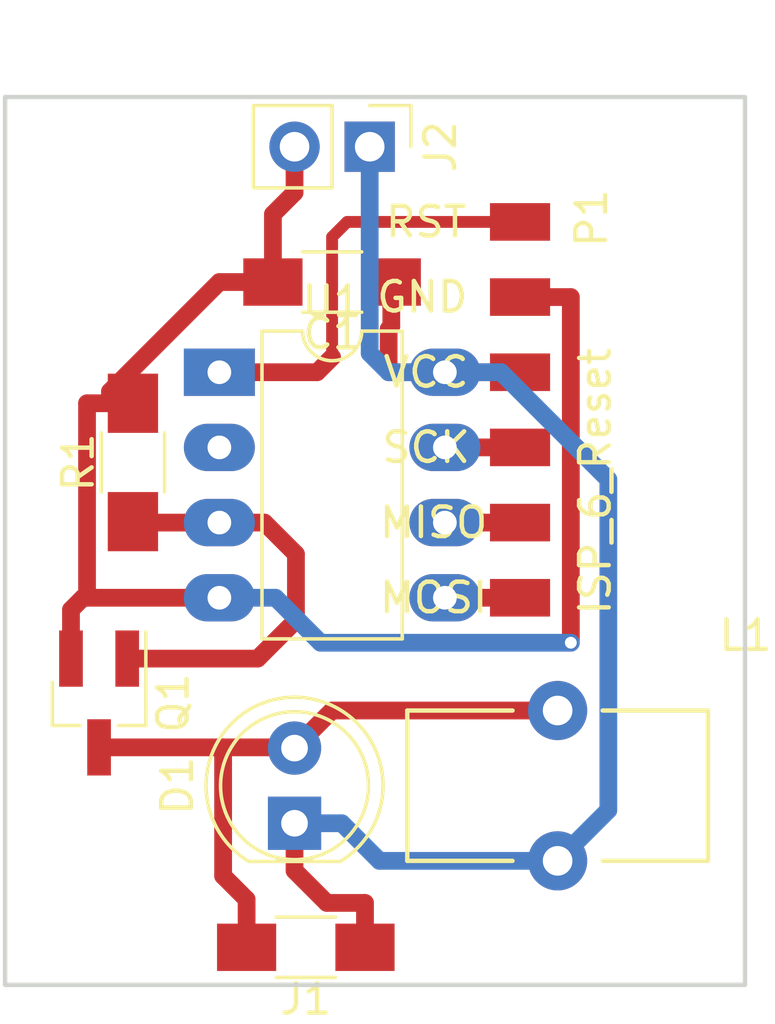
<source format=kicad_pcb>
(kicad_pcb (version 20171130) (host pcbnew "(5.1.12)-1")

  (general
    (thickness 1.6)
    (drawings 4)
    (tracks 61)
    (zones 0)
    (modules 9)
    (nets 9)
  )

  (page A4)
  (layers
    (0 F.Cu signal)
    (31 B.Cu signal)
    (32 B.Adhes user)
    (33 F.Adhes user)
    (34 B.Paste user)
    (35 F.Paste user)
    (36 B.SilkS user)
    (37 F.SilkS user)
    (38 B.Mask user)
    (39 F.Mask user)
    (40 Dwgs.User user)
    (41 Cmts.User user)
    (42 Eco1.User user)
    (43 Eco2.User user)
    (44 Edge.Cuts user)
    (45 Margin user)
    (46 B.CrtYd user)
    (47 F.CrtYd user)
    (48 B.Fab user)
    (49 F.Fab user)
  )

  (setup
    (last_trace_width 0.3)
    (user_trace_width 0.3)
    (user_trace_width 0.4)
    (user_trace_width 0.6)
    (trace_clearance 0.4)
    (zone_clearance 0.5)
    (zone_45_only yes)
    (trace_min 0.2)
    (via_size 0.6)
    (via_drill 0.4)
    (via_min_size 0.4)
    (via_min_drill 0.3)
    (uvia_size 0.3)
    (uvia_drill 0.1)
    (uvias_allowed no)
    (uvia_min_size 0)
    (uvia_min_drill 0)
    (edge_width 0.15)
    (segment_width 0.2)
    (pcb_text_width 0.3)
    (pcb_text_size 1.5 1.5)
    (mod_edge_width 0.15)
    (mod_text_size 1 1)
    (mod_text_width 0.15)
    (pad_size 1.524 1.524)
    (pad_drill 0.762)
    (pad_to_mask_clearance 0.2)
    (aux_axis_origin 0 0)
    (visible_elements 7FFFFFFF)
    (pcbplotparams
      (layerselection 0x00000_00000001)
      (usegerberextensions false)
      (usegerberattributes true)
      (usegerberadvancedattributes true)
      (creategerberjobfile true)
      (excludeedgelayer true)
      (linewidth 0.100000)
      (plotframeref false)
      (viasonmask false)
      (mode 1)
      (useauxorigin false)
      (hpglpennumber 1)
      (hpglpenspeed 20)
      (hpglpendiameter 15.000000)
      (psnegative false)
      (psa4output false)
      (plotreference true)
      (plotvalue true)
      (plotinvisibletext false)
      (padsonsilk false)
      (subtractmaskfromsilk false)
      (outputformat 4)
      (mirror true)
      (drillshape 1)
      (scaleselection 1)
      (outputdirectory ""))
  )

  (net 0 "")
  (net 1 VCC)
  (net 2 GND)
  (net 3 "Net-(D1-Pad2)")
  (net 4 "Net-(P1-Pad1)")
  (net 5 "Net-(P1-Pad4)")
  (net 6 "Net-(P1-Pad5)")
  (net 7 "Net-(P1-Pad6)")
  (net 8 "Net-(Q1-Pad1)")

  (net_class Default "This is the default net class."
    (clearance 0.4)
    (trace_width 0.3)
    (via_dia 0.6)
    (via_drill 0.4)
    (uvia_dia 0.3)
    (uvia_drill 0.1)
    (add_net "Net-(D1-Pad2)")
    (add_net "Net-(P1-Pad1)")
    (add_net "Net-(P1-Pad4)")
    (add_net "Net-(P1-Pad5)")
    (add_net "Net-(P1-Pad6)")
    (add_net "Net-(Q1-Pad1)")
  )

  (net_class fat ""
    (clearance 0.4)
    (trace_width 0.6)
    (via_dia 0.6)
    (via_drill 0.4)
    (uvia_dia 0.3)
    (uvia_drill 0.1)
    (add_net GND)
    (add_net VCC)
  )

  (module Capacitors_SMD:C_1206_HandSoldering (layer F.Cu) (tedit 58AA84D1) (tstamp 594D7E56)
    (at 146.05 111.252 180)
    (descr "Capacitor SMD 1206, hand soldering")
    (tags "capacitor 1206")
    (path /594D7E1B)
    (attr smd)
    (fp_text reference C1 (at 0 -1.75 180) (layer F.SilkS)
      (effects (font (size 1 1) (thickness 0.15)))
    )
    (fp_text value 1uF (at 0 2 180) (layer F.Fab)
      (effects (font (size 1 1) (thickness 0.15)))
    )
    (fp_line (start 3.25 1.05) (end -3.25 1.05) (layer F.CrtYd) (width 0.05))
    (fp_line (start 3.25 1.05) (end 3.25 -1.05) (layer F.CrtYd) (width 0.05))
    (fp_line (start -3.25 -1.05) (end -3.25 1.05) (layer F.CrtYd) (width 0.05))
    (fp_line (start -3.25 -1.05) (end 3.25 -1.05) (layer F.CrtYd) (width 0.05))
    (fp_line (start -1 1.02) (end 1 1.02) (layer F.SilkS) (width 0.12))
    (fp_line (start 1 -1.02) (end -1 -1.02) (layer F.SilkS) (width 0.12))
    (fp_line (start -1.6 -0.8) (end 1.6 -0.8) (layer F.Fab) (width 0.1))
    (fp_line (start 1.6 -0.8) (end 1.6 0.8) (layer F.Fab) (width 0.1))
    (fp_line (start 1.6 0.8) (end -1.6 0.8) (layer F.Fab) (width 0.1))
    (fp_line (start -1.6 0.8) (end -1.6 -0.8) (layer F.Fab) (width 0.1))
    (fp_text user %R (at 0 -1.75 180) (layer F.Fab)
      (effects (font (size 1 1) (thickness 0.15)))
    )
    (pad 1 smd rect (at -2 0 180) (size 2 1.6) (layers F.Cu F.Paste F.Mask)
      (net 1 VCC))
    (pad 2 smd rect (at 2 0 180) (size 2 1.6) (layers F.Cu F.Paste F.Mask)
      (net 2 GND))
    (model Capacitors_SMD.3dshapes/C_1206.wrl
      (at (xyz 0 0 0))
      (scale (xyz 1 1 1))
      (rotate (xyz 0 0 0))
    )
  )

  (module LEDs:LED_D5.0mm (layer F.Cu) (tedit 587A3A7B) (tstamp 594D7E5C)
    (at 144.78 129.54 90)
    (descr "LED, diameter 5.0mm, 2 pins, http://cdn-reichelt.de/documents/datenblatt/A500/LL-504BC2E-009.pdf")
    (tags "LED diameter 5.0mm 2 pins")
    (path /594D8063)
    (fp_text reference D1 (at 1.27 -3.96 90) (layer F.SilkS)
      (effects (font (size 1 1) (thickness 0.15)))
    )
    (fp_text value LED (at 1.27 3.96 90) (layer F.Fab)
      (effects (font (size 1 1) (thickness 0.15)))
    )
    (fp_line (start 4.5 -3.25) (end -1.95 -3.25) (layer F.CrtYd) (width 0.05))
    (fp_line (start 4.5 3.25) (end 4.5 -3.25) (layer F.CrtYd) (width 0.05))
    (fp_line (start -1.95 3.25) (end 4.5 3.25) (layer F.CrtYd) (width 0.05))
    (fp_line (start -1.95 -3.25) (end -1.95 3.25) (layer F.CrtYd) (width 0.05))
    (fp_line (start -1.29 -1.545) (end -1.29 1.545) (layer F.SilkS) (width 0.12))
    (fp_line (start -1.23 -1.469694) (end -1.23 1.469694) (layer F.Fab) (width 0.1))
    (fp_circle (center 1.27 0) (end 3.77 0) (layer F.SilkS) (width 0.12))
    (fp_circle (center 1.27 0) (end 3.77 0) (layer F.Fab) (width 0.1))
    (fp_arc (start 1.27 0) (end -1.23 -1.469694) (angle 299.1) (layer F.Fab) (width 0.1))
    (fp_arc (start 1.27 0) (end -1.29 -1.54483) (angle 148.9) (layer F.SilkS) (width 0.12))
    (fp_arc (start 1.27 0) (end -1.29 1.54483) (angle -148.9) (layer F.SilkS) (width 0.12))
    (pad 1 thru_hole rect (at 0 0 90) (size 1.8 1.8) (drill 0.9) (layers *.Cu *.Mask)
      (net 1 VCC))
    (pad 2 thru_hole circle (at 2.54 0 90) (size 1.8 1.8) (drill 0.9) (layers *.Cu *.Mask)
      (net 3 "Net-(D1-Pad2)"))
    (model LEDs.3dshapes/LED_D5.0mm.wrl
      (at (xyz 0 0 0))
      (scale (xyz 0.393701 0.393701 0.393701))
      (rotate (xyz 0 0 0))
    )
  )

  (module Choke_Toroid_ThroughHole:Choke_Toroid_5x10mm_Vertical (layer F.Cu) (tedit 0) (tstamp 594D7E62)
    (at 148.59 130.81)
    (descr "Toroid, Coil, Choke,  5mm x 10mm, Vertical, Inductor, Drossel, Thruhole,")
    (tags "Toroid, Coil, Choke, 5mm x 10mm, Vertical, Inductor, Drossel, Thruhole,")
    (path /594D7FBC)
    (fp_text reference L1 (at 11.43 -7.62) (layer F.SilkS)
      (effects (font (size 1 1) (thickness 0.15)))
    )
    (fp_text value "0.15 mH" (at 6.35 2.54) (layer F.Fab)
      (effects (font (size 1 1) (thickness 0.15)))
    )
    (fp_line (start 0 -5.08) (end 0 0) (layer F.SilkS) (width 0.15))
    (fp_line (start 10.16 0) (end 10.16 -5.08) (layer F.SilkS) (width 0.15))
    (fp_line (start 10.16 -5.08) (end 7.62 -5.08) (layer F.SilkS) (width 0.15))
    (fp_line (start 10.16 0) (end 7.62 0) (layer F.SilkS) (width 0.15))
    (fp_line (start 7.62 -5.08) (end 6.604 -5.08) (layer F.SilkS) (width 0.15))
    (fp_line (start 7.62 0) (end 6.604 0) (layer F.SilkS) (width 0.15))
    (fp_line (start 0 -5.08) (end 3.556 -5.08) (layer F.SilkS) (width 0.15))
    (fp_line (start 0 0) (end 3.556 0) (layer F.SilkS) (width 0.15))
    (pad 1 thru_hole circle (at 5.08 0) (size 1.99898 1.99898) (drill 1.00076) (layers *.Cu *.Mask)
      (net 1 VCC))
    (pad 2 thru_hole circle (at 5.08 -5.08) (size 1.99898 1.99898) (drill 1.00076) (layers *.Cu *.Mask)
      (net 3 "Net-(D1-Pad2)"))
  )

  (module elliot:ISP6-Inline-Reset (layer F.Cu) (tedit 54314DF6) (tstamp 594D7E6C)
    (at 152.4 116.84 270)
    (path /594D7C00)
    (fp_text reference P1 (at -7.747 -2.413 270) (layer F.SilkS)
      (effects (font (size 1 1) (thickness 0.15)))
    )
    (fp_text value ISP_6_Reset (at 1.143 -2.54 270) (layer F.SilkS)
      (effects (font (size 1 1) (thickness 0.15)))
    )
    (fp_text user MOSI (at 5.08 2.921) (layer F.SilkS)
      (effects (font (size 1 1) (thickness 0.15)))
    )
    (fp_text user MISO (at 2.54 2.921) (layer F.SilkS)
      (effects (font (size 1 1) (thickness 0.15)))
    )
    (fp_text user SCK (at 0 3.175) (layer F.SilkS)
      (effects (font (size 1 1) (thickness 0.15)))
    )
    (fp_text user VCC (at -2.54 3.175) (layer F.SilkS)
      (effects (font (size 1 1) (thickness 0.15)))
    )
    (fp_text user GND (at -5.08 3.302) (layer F.SilkS)
      (effects (font (size 1 1) (thickness 0.15)))
    )
    (fp_text user RST (at -7.62 3.175) (layer F.SilkS)
      (effects (font (size 1 1) (thickness 0.15)))
    )
    (pad 1 smd rect (at -7.62 0 270) (size 1.27 2.032) (layers F.Cu F.Paste F.Mask)
      (net 4 "Net-(P1-Pad1)"))
    (pad 2 smd rect (at -5.08 0 270) (size 1.27 2.032) (layers F.Cu F.Paste F.Mask)
      (net 2 GND))
    (pad 3 smd rect (at -2.54 0 270) (size 1.27 2.032) (layers F.Cu F.Paste F.Mask)
      (net 1 VCC))
    (pad 4 smd rect (at 0 0 270) (size 1.27 2.032) (layers F.Cu F.Paste F.Mask)
      (net 5 "Net-(P1-Pad4)"))
    (pad 5 smd rect (at 2.54 0 270) (size 1.27 2.032) (layers F.Cu F.Paste F.Mask)
      (net 6 "Net-(P1-Pad5)"))
    (pad 6 smd rect (at 5.08 0 270) (size 1.27 2.032) (layers F.Cu F.Paste F.Mask)
      (net 7 "Net-(P1-Pad6)"))
  )

  (module TO_SOT_Packages_SMD:SOT-23_Handsoldering (layer F.Cu) (tedit 583F3954) (tstamp 594D7E73)
    (at 138.176 125.476 270)
    (descr "SOT-23, Handsoldering")
    (tags SOT-23)
    (path /594D7E94)
    (attr smd)
    (fp_text reference Q1 (at 0 -2.5 270) (layer F.SilkS)
      (effects (font (size 1 1) (thickness 0.15)))
    )
    (fp_text value Q_NMOS_GSD (at 0 2.5 270) (layer F.Fab)
      (effects (font (size 1 1) (thickness 0.15)))
    )
    (fp_line (start 0.76 1.58) (end -0.7 1.58) (layer F.SilkS) (width 0.12))
    (fp_line (start -0.7 1.52) (end 0.7 1.52) (layer F.Fab) (width 0.1))
    (fp_line (start 0.7 -1.52) (end 0.7 1.52) (layer F.Fab) (width 0.1))
    (fp_line (start -0.7 -0.95) (end -0.15 -1.52) (layer F.Fab) (width 0.1))
    (fp_line (start -0.15 -1.52) (end 0.7 -1.52) (layer F.Fab) (width 0.1))
    (fp_line (start -0.7 -0.95) (end -0.7 1.5) (layer F.Fab) (width 0.1))
    (fp_line (start 0.76 -1.58) (end -2.4 -1.58) (layer F.SilkS) (width 0.12))
    (fp_line (start -2.7 1.75) (end -2.7 -1.75) (layer F.CrtYd) (width 0.05))
    (fp_line (start 2.7 1.75) (end -2.7 1.75) (layer F.CrtYd) (width 0.05))
    (fp_line (start 2.7 -1.75) (end 2.7 1.75) (layer F.CrtYd) (width 0.05))
    (fp_line (start -2.7 -1.75) (end 2.7 -1.75) (layer F.CrtYd) (width 0.05))
    (fp_line (start 0.76 -1.58) (end 0.76 -0.65) (layer F.SilkS) (width 0.12))
    (fp_line (start 0.76 1.58) (end 0.76 0.65) (layer F.SilkS) (width 0.12))
    (pad 1 smd rect (at -1.5 -0.95 270) (size 1.9 0.8) (layers F.Cu F.Paste F.Mask)
      (net 8 "Net-(Q1-Pad1)"))
    (pad 2 smd rect (at -1.5 0.95 270) (size 1.9 0.8) (layers F.Cu F.Paste F.Mask)
      (net 2 GND))
    (pad 3 smd rect (at 1.5 0 270) (size 1.9 0.8) (layers F.Cu F.Paste F.Mask)
      (net 3 "Net-(D1-Pad2)"))
    (model TO_SOT_Packages_SMD.3dshapes\SOT-23_Handsoldering.wrl
      (at (xyz 0 0 0))
      (scale (xyz 1 1 1))
      (rotate (xyz 0 0 90))
    )
  )

  (module Resistors_SMD:R_1206_HandSoldering (layer F.Cu) (tedit 58AADA36) (tstamp 594EBF0A)
    (at 139.319 117.348 90)
    (descr "Resistor SMD 1206, hand soldering")
    (tags "resistor 1206")
    (path /594EBEBC)
    (attr smd)
    (fp_text reference R1 (at 0 -1.85 90) (layer F.SilkS)
      (effects (font (size 1 1) (thickness 0.15)))
    )
    (fp_text value 100K (at 0 1.9 90) (layer F.Fab)
      (effects (font (size 1 1) (thickness 0.15)))
    )
    (fp_line (start 3.25 1.1) (end -3.25 1.1) (layer F.CrtYd) (width 0.05))
    (fp_line (start 3.25 1.1) (end 3.25 -1.11) (layer F.CrtYd) (width 0.05))
    (fp_line (start -3.25 -1.11) (end -3.25 1.1) (layer F.CrtYd) (width 0.05))
    (fp_line (start -3.25 -1.11) (end 3.25 -1.11) (layer F.CrtYd) (width 0.05))
    (fp_line (start -1 -1.07) (end 1 -1.07) (layer F.SilkS) (width 0.12))
    (fp_line (start 1 1.07) (end -1 1.07) (layer F.SilkS) (width 0.12))
    (fp_line (start -1.6 -0.8) (end 1.6 -0.8) (layer F.Fab) (width 0.1))
    (fp_line (start 1.6 -0.8) (end 1.6 0.8) (layer F.Fab) (width 0.1))
    (fp_line (start 1.6 0.8) (end -1.6 0.8) (layer F.Fab) (width 0.1))
    (fp_line (start -1.6 0.8) (end -1.6 -0.8) (layer F.Fab) (width 0.1))
    (fp_text user %R (at 0 -1.85 90) (layer F.Fab)
      (effects (font (size 1 1) (thickness 0.15)))
    )
    (pad 1 smd rect (at -2 0 90) (size 2 1.7) (layers F.Cu F.Paste F.Mask)
      (net 8 "Net-(Q1-Pad1)"))
    (pad 2 smd rect (at 2 0 90) (size 2 1.7) (layers F.Cu F.Paste F.Mask)
      (net 2 GND))
    (model Resistors_SMD.3dshapes/R_1206.wrl
      (at (xyz 0 0 0))
      (scale (xyz 1 1 1))
      (rotate (xyz 0 0 0))
    )
  )

  (module Housings_DIP:DIP-8_W7.62mm_LongPads (layer F.Cu) (tedit 586281B4) (tstamp 594EC682)
    (at 142.24 114.3)
    (descr "8-lead dip package, row spacing 7.62 mm (300 mils), LongPads")
    (tags "DIL DIP PDIP 2.54mm 7.62mm 300mil LongPads")
    (path /594D7C53)
    (fp_text reference U1 (at 3.81 -2.39) (layer F.SilkS)
      (effects (font (size 1 1) (thickness 0.15)))
    )
    (fp_text value ATTINY45-20PU (at 3.81 10.01) (layer F.Fab)
      (effects (font (size 1 1) (thickness 0.15)))
    )
    (fp_line (start 9.1 -1.6) (end -1.5 -1.6) (layer F.CrtYd) (width 0.05))
    (fp_line (start 9.1 9.2) (end 9.1 -1.6) (layer F.CrtYd) (width 0.05))
    (fp_line (start -1.5 9.2) (end 9.1 9.2) (layer F.CrtYd) (width 0.05))
    (fp_line (start -1.5 -1.6) (end -1.5 9.2) (layer F.CrtYd) (width 0.05))
    (fp_line (start 6.18 -1.39) (end 4.81 -1.39) (layer F.SilkS) (width 0.12))
    (fp_line (start 6.18 9.01) (end 6.18 -1.39) (layer F.SilkS) (width 0.12))
    (fp_line (start 1.44 9.01) (end 6.18 9.01) (layer F.SilkS) (width 0.12))
    (fp_line (start 1.44 -1.39) (end 1.44 9.01) (layer F.SilkS) (width 0.12))
    (fp_line (start 2.81 -1.39) (end 1.44 -1.39) (layer F.SilkS) (width 0.12))
    (fp_line (start 0.635 -0.27) (end 1.635 -1.27) (layer F.Fab) (width 0.1))
    (fp_line (start 0.635 8.89) (end 0.635 -0.27) (layer F.Fab) (width 0.1))
    (fp_line (start 6.985 8.89) (end 0.635 8.89) (layer F.Fab) (width 0.1))
    (fp_line (start 6.985 -1.27) (end 6.985 8.89) (layer F.Fab) (width 0.1))
    (fp_line (start 1.635 -1.27) (end 6.985 -1.27) (layer F.Fab) (width 0.1))
    (fp_arc (start 3.81 -1.39) (end 2.81 -1.39) (angle -180) (layer F.SilkS) (width 0.12))
    (pad 1 thru_hole rect (at 0 0) (size 2.4 1.6) (drill 0.8) (layers *.Cu *.Mask)
      (net 4 "Net-(P1-Pad1)"))
    (pad 5 thru_hole oval (at 7.62 7.62) (size 2.4 1.6) (drill 0.8) (layers *.Cu *.Mask)
      (net 7 "Net-(P1-Pad6)"))
    (pad 2 thru_hole oval (at 0 2.54) (size 2.4 1.6) (drill 0.8) (layers *.Cu *.Mask))
    (pad 6 thru_hole oval (at 7.62 5.08) (size 2.4 1.6) (drill 0.8) (layers *.Cu *.Mask)
      (net 6 "Net-(P1-Pad5)"))
    (pad 3 thru_hole oval (at 0 5.08) (size 2.4 1.6) (drill 0.8) (layers *.Cu *.Mask)
      (net 8 "Net-(Q1-Pad1)"))
    (pad 7 thru_hole oval (at 7.62 2.54) (size 2.4 1.6) (drill 0.8) (layers *.Cu *.Mask)
      (net 5 "Net-(P1-Pad4)"))
    (pad 4 thru_hole oval (at 0 7.62) (size 2.4 1.6) (drill 0.8) (layers *.Cu *.Mask)
      (net 2 GND))
    (pad 8 thru_hole oval (at 7.62 0) (size 2.4 1.6) (drill 0.8) (layers *.Cu *.Mask)
      (net 1 VCC))
    (model Housings_DIP.3dshapes/DIP-8_W7.62mm_LongPads.wrl
      (at (xyz 0 0 0))
      (scale (xyz 1 1 1))
      (rotate (xyz 0 0 0))
    )
  )

  (module Capacitors_SMD:C_1206_HandSoldering (layer F.Cu) (tedit 58AA84D1) (tstamp 594EC6E9)
    (at 145.161 133.731 180)
    (descr "Capacitor SMD 1206, hand soldering")
    (tags "capacitor 1206")
    (path /594EC405)
    (attr smd)
    (fp_text reference J1 (at 0 -1.75 180) (layer F.SilkS)
      (effects (font (size 1 1) (thickness 0.15)))
    )
    (fp_text value TEST_2P (at 0 2 180) (layer F.Fab)
      (effects (font (size 1 1) (thickness 0.15)))
    )
    (fp_line (start 3.25 1.05) (end -3.25 1.05) (layer F.CrtYd) (width 0.05))
    (fp_line (start 3.25 1.05) (end 3.25 -1.05) (layer F.CrtYd) (width 0.05))
    (fp_line (start -3.25 -1.05) (end -3.25 1.05) (layer F.CrtYd) (width 0.05))
    (fp_line (start -3.25 -1.05) (end 3.25 -1.05) (layer F.CrtYd) (width 0.05))
    (fp_line (start -1 1.02) (end 1 1.02) (layer F.SilkS) (width 0.12))
    (fp_line (start 1 -1.02) (end -1 -1.02) (layer F.SilkS) (width 0.12))
    (fp_line (start -1.6 -0.8) (end 1.6 -0.8) (layer F.Fab) (width 0.1))
    (fp_line (start 1.6 -0.8) (end 1.6 0.8) (layer F.Fab) (width 0.1))
    (fp_line (start 1.6 0.8) (end -1.6 0.8) (layer F.Fab) (width 0.1))
    (fp_line (start -1.6 0.8) (end -1.6 -0.8) (layer F.Fab) (width 0.1))
    (fp_text user %R (at 0 -1.75 180) (layer F.Fab)
      (effects (font (size 1 1) (thickness 0.15)))
    )
    (pad 1 smd rect (at -2 0 180) (size 2 1.6) (layers F.Cu F.Paste F.Mask)
      (net 1 VCC))
    (pad 2 smd rect (at 2 0 180) (size 2 1.6) (layers F.Cu F.Paste F.Mask)
      (net 3 "Net-(D1-Pad2)"))
    (model Capacitors_SMD.3dshapes/C_1206.wrl
      (at (xyz 0 0 0))
      (scale (xyz 1 1 1))
      (rotate (xyz 0 0 0))
    )
  )

  (module Pin_Headers:Pin_Header_Straight_1x02_Pitch2.54mm (layer F.Cu) (tedit 5862ED52) (tstamp 594EC6EE)
    (at 147.32 106.68 270)
    (descr "Through hole straight pin header, 1x02, 2.54mm pitch, single row")
    (tags "Through hole pin header THT 1x02 2.54mm single row")
    (path /594D8548)
    (fp_text reference J2 (at 0 -2.39 270) (layer F.SilkS)
      (effects (font (size 1 1) (thickness 0.15)))
    )
    (fp_text value CONN_01X02 (at 0 4.93 270) (layer F.Fab)
      (effects (font (size 1 1) (thickness 0.15)))
    )
    (fp_line (start 1.6 -1.6) (end -1.6 -1.6) (layer F.CrtYd) (width 0.05))
    (fp_line (start 1.6 4.1) (end 1.6 -1.6) (layer F.CrtYd) (width 0.05))
    (fp_line (start -1.6 4.1) (end 1.6 4.1) (layer F.CrtYd) (width 0.05))
    (fp_line (start -1.6 -1.6) (end -1.6 4.1) (layer F.CrtYd) (width 0.05))
    (fp_line (start -1.39 -1.39) (end 0 -1.39) (layer F.SilkS) (width 0.12))
    (fp_line (start -1.39 0) (end -1.39 -1.39) (layer F.SilkS) (width 0.12))
    (fp_line (start 1.39 1.27) (end -1.39 1.27) (layer F.SilkS) (width 0.12))
    (fp_line (start 1.39 3.93) (end 1.39 1.27) (layer F.SilkS) (width 0.12))
    (fp_line (start -1.39 3.93) (end 1.39 3.93) (layer F.SilkS) (width 0.12))
    (fp_line (start -1.39 1.27) (end -1.39 3.93) (layer F.SilkS) (width 0.12))
    (fp_line (start 1.27 -1.27) (end -1.27 -1.27) (layer F.Fab) (width 0.1))
    (fp_line (start 1.27 3.81) (end 1.27 -1.27) (layer F.Fab) (width 0.1))
    (fp_line (start -1.27 3.81) (end 1.27 3.81) (layer F.Fab) (width 0.1))
    (fp_line (start -1.27 -1.27) (end -1.27 3.81) (layer F.Fab) (width 0.1))
    (pad 1 thru_hole rect (at 0 0 270) (size 1.7 1.7) (drill 1) (layers *.Cu *.Mask)
      (net 1 VCC))
    (pad 2 thru_hole oval (at 0 2.54 270) (size 1.7 1.7) (drill 1) (layers *.Cu *.Mask)
      (net 2 GND))
    (model Pin_Headers.3dshapes/Pin_Header_Straight_1x02_Pitch2.54mm.wrl
      (offset (xyz 0 -1.269999980926514 0))
      (scale (xyz 1 1 1))
      (rotate (xyz 0 0 90))
    )
  )

  (gr_line (start 160 105) (end 135 105) (angle 90) (layer Edge.Cuts) (width 0.15))
  (gr_line (start 160 135) (end 160 105) (angle 90) (layer Edge.Cuts) (width 0.15))
  (gr_line (start 135 135) (end 160 135) (angle 90) (layer Edge.Cuts) (width 0.15))
  (gr_line (start 135 105) (end 135 135) (angle 90) (layer Edge.Cuts) (width 0.15))

  (segment (start 153.67 130.81) (end 155.3844 129.0956) (width 0.6) (layer B.Cu) (net 1))
  (segment (start 155.3844 129.0956) (end 155.3844 117.9243) (width 0.6) (layer B.Cu) (net 1))
  (segment (start 155.3844 117.9243) (end 151.7601 114.3) (width 0.6) (layer B.Cu) (net 1))
  (segment (start 153.67 130.81) (end 147.6501 130.81) (width 0.6) (layer B.Cu) (net 1))
  (segment (start 147.6501 130.81) (end 146.3801 129.54) (width 0.6) (layer B.Cu) (net 1))
  (segment (start 149.86 114.3) (end 151.7601 114.3) (width 0.6) (layer B.Cu) (net 1))
  (segment (start 147.161 133.731) (end 147.161 132.2309) (width 0.6) (layer F.Cu) (net 1))
  (segment (start 144.78 129.54) (end 144.78 131.1401) (width 0.6) (layer F.Cu) (net 1))
  (segment (start 144.78 131.1401) (end 145.8708 132.2309) (width 0.6) (layer F.Cu) (net 1))
  (segment (start 145.8708 132.2309) (end 147.161 132.2309) (width 0.6) (layer F.Cu) (net 1))
  (segment (start 144.78 129.54) (end 146.3801 129.54) (width 0.6) (layer B.Cu) (net 1))
  (segment (start 152.4 114.3) (end 149.86 114.3) (width 0.6) (layer F.Cu) (net 1))
  (segment (start 148.05 111.252) (end 148.05 112.7521) (width 0.6) (layer F.Cu) (net 1))
  (segment (start 149.86 114.3) (end 147.9599 114.3) (width 0.6) (layer F.Cu) (net 1))
  (segment (start 147.9599 114.3) (end 147.9599 112.8422) (width 0.6) (layer F.Cu) (net 1))
  (segment (start 147.9599 112.8422) (end 148.05 112.7521) (width 0.6) (layer F.Cu) (net 1))
  (segment (start 149.86 114.3) (end 147.9599 114.3) (width 0.6) (layer B.Cu) (net 1))
  (segment (start 147.32 106.68) (end 147.32 113.6601) (width 0.6) (layer B.Cu) (net 1))
  (segment (start 147.32 113.6601) (end 147.9599 114.3) (width 0.6) (layer B.Cu) (net 1))
  (segment (start 154.1161 111.76) (end 154.1161 123.4395) (width 0.6) (layer F.Cu) (net 2))
  (segment (start 144.1401 121.92) (end 145.6596 123.4395) (width 0.6) (layer B.Cu) (net 2))
  (segment (start 145.6596 123.4395) (end 154.1161 123.4395) (width 0.6) (layer B.Cu) (net 2))
  (segment (start 142.24 121.92) (end 144.1401 121.92) (width 0.6) (layer B.Cu) (net 2))
  (segment (start 152.4 111.76) (end 154.1161 111.76) (width 0.6) (layer F.Cu) (net 2))
  (segment (start 138.544 115.348) (end 138.544 114.9498) (width 0.6) (layer F.Cu) (net 2))
  (segment (start 138.544 114.9498) (end 142.2418 111.252) (width 0.6) (layer F.Cu) (net 2))
  (segment (start 142.2418 111.252) (end 144.05 111.252) (width 0.6) (layer F.Cu) (net 2))
  (segment (start 138.544 115.348) (end 137.7689 115.348) (width 0.6) (layer F.Cu) (net 2))
  (segment (start 139.319 115.348) (end 138.544 115.348) (width 0.6) (layer F.Cu) (net 2))
  (segment (start 137.7689 121.92) (end 137.6319 121.92) (width 0.6) (layer F.Cu) (net 2))
  (segment (start 137.6319 121.92) (end 137.226 122.3259) (width 0.6) (layer F.Cu) (net 2))
  (segment (start 142.24 121.92) (end 137.7689 121.92) (width 0.6) (layer F.Cu) (net 2))
  (segment (start 137.7689 115.348) (end 137.7689 121.92) (width 0.6) (layer F.Cu) (net 2))
  (segment (start 137.226 123.976) (end 137.226 122.3259) (width 0.6) (layer F.Cu) (net 2))
  (segment (start 144.78 106.68) (end 144.78 108.2301) (width 0.6) (layer F.Cu) (net 2))
  (segment (start 144.78 108.2301) (end 144.05 108.9601) (width 0.6) (layer F.Cu) (net 2))
  (segment (start 144.05 108.9601) (end 144.05 111.252) (width 0.6) (layer F.Cu) (net 2))
  (via (at 154.1161 123.4395) (size 0.6) (layers F.Cu B.Cu) (net 2))
  (segment (start 142.367 126.976) (end 144.756 126.976) (width 0.6) (layer F.Cu) (net 3))
  (segment (start 144.756 126.976) (end 144.78 127) (width 0.6) (layer F.Cu) (net 3))
  (segment (start 138.176 126.976) (end 142.367 126.976) (width 0.6) (layer F.Cu) (net 3))
  (segment (start 153.67 125.73) (end 146.05 125.73) (width 0.6) (layer F.Cu) (net 3))
  (segment (start 146.05 125.73) (end 144.78 127) (width 0.6) (layer F.Cu) (net 3))
  (segment (start 143.161 133.731) (end 143.161 132.112) (width 0.6) (layer F.Cu) (net 3))
  (segment (start 143.161 132.112) (end 142.367 131.318) (width 0.6) (layer F.Cu) (net 3))
  (segment (start 142.367 131.318) (end 142.367 126.976) (width 0.6) (layer F.Cu) (net 3))
  (segment (start 142.24 114.3) (end 145.542 114.3) (width 0.6) (layer F.Cu) (net 4))
  (segment (start 145.542 114.3) (end 146.05 113.792) (width 0.6) (layer F.Cu) (net 4))
  (segment (start 146.05 113.792) (end 146.05 109.728) (width 0.4) (layer F.Cu) (net 4))
  (segment (start 146.05 109.728) (end 146.558 109.22) (width 0.4) (layer F.Cu) (net 4))
  (segment (start 146.558 109.22) (end 152.4 109.22) (width 0.4) (layer F.Cu) (net 4))
  (segment (start 149.86 116.84) (end 152.4 116.84) (width 0.6) (layer F.Cu) (net 5))
  (segment (start 149.86 119.38) (end 152.4 119.38) (width 0.6) (layer F.Cu) (net 6))
  (segment (start 149.86 121.92) (end 152.4 121.92) (width 0.6) (layer F.Cu) (net 7))
  (segment (start 139.126 123.976) (end 143.534 123.976) (width 0.6) (layer F.Cu) (net 8))
  (segment (start 143.534 123.976) (end 144.828 122.682) (width 0.6) (layer F.Cu) (net 8))
  (segment (start 144.828 122.682) (end 144.828 120.444) (width 0.6) (layer F.Cu) (net 8))
  (segment (start 144.828 120.444) (end 143.764 119.38) (width 0.6) (layer F.Cu) (net 8))
  (segment (start 143.764 119.38) (end 142.24 119.38) (width 0.6) (layer F.Cu) (net 8))
  (segment (start 142.24 119.38) (end 139.351 119.38) (width 0.6) (layer F.Cu) (net 8))
  (segment (start 139.351 119.38) (end 139.319 119.348) (width 0.6) (layer F.Cu) (net 8))

)

</source>
